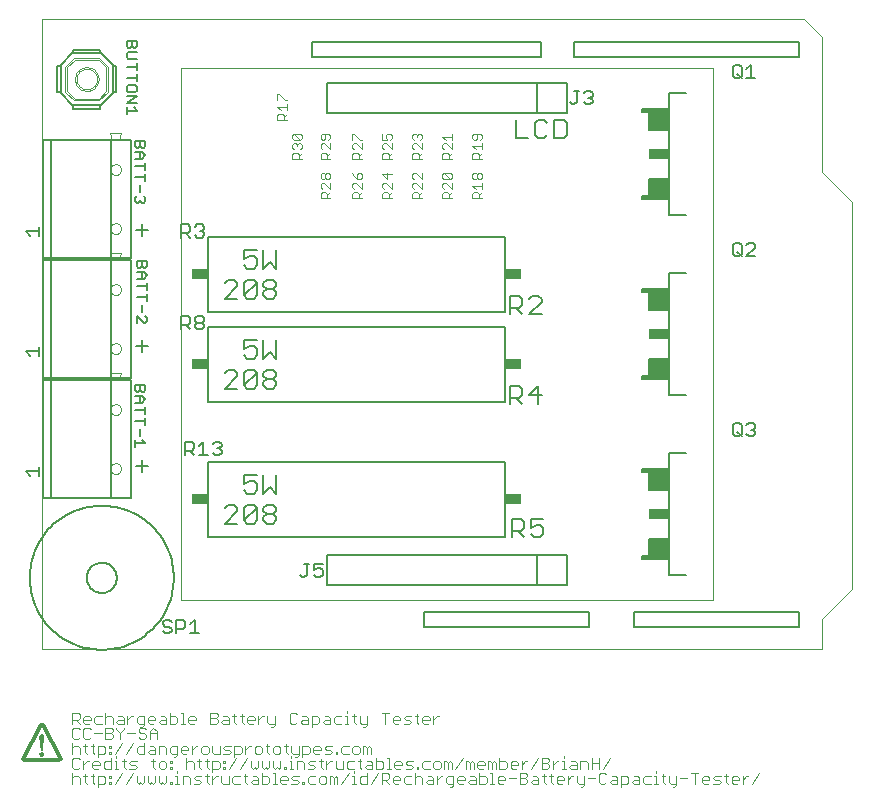
<source format=gto>
G75*
G70*
%OFA0B0*%
%FSLAX24Y24*%
%IPPOS*%
%LPD*%
%AMOC8*
5,1,8,0,0,1.08239X$1,22.5*
%
%ADD10C,0.0000*%
%ADD11C,0.0080*%
%ADD12C,0.0050*%
%ADD13C,0.0120*%
%ADD14C,0.0030*%
%ADD15R,0.0689X0.0370*%
%ADD16C,0.0060*%
%ADD17C,0.0040*%
%ADD18C,0.0070*%
%ADD19R,0.0520X0.0320*%
D10*
X000867Y004800D02*
X026867Y004800D01*
X026867Y005800D01*
X027867Y006800D01*
X027867Y019700D01*
X026867Y020700D01*
X026867Y025200D01*
X026267Y025800D01*
X000867Y025800D01*
X000867Y004800D01*
X005509Y006442D02*
X005509Y024158D01*
X023225Y024158D01*
X023225Y006442D01*
X005509Y006442D01*
D11*
X004217Y010695D02*
X004217Y011109D01*
X004010Y010902D02*
X004424Y010902D01*
X004217Y014695D02*
X004217Y015109D01*
X004010Y014902D02*
X004424Y014902D01*
X004217Y018570D02*
X004217Y018984D01*
X004010Y018777D02*
X004424Y018777D01*
X016469Y016586D02*
X016469Y015965D01*
X016469Y016172D02*
X016780Y016172D01*
X016883Y016275D01*
X016883Y016482D01*
X016780Y016586D01*
X016469Y016586D01*
X016676Y016172D02*
X016883Y015965D01*
X017114Y015965D02*
X017528Y016379D01*
X017528Y016482D01*
X017424Y016586D01*
X017217Y016586D01*
X017114Y016482D01*
X017114Y015965D02*
X017528Y015965D01*
X017424Y013586D02*
X017114Y013275D01*
X017528Y013275D01*
X017424Y012965D02*
X017424Y013586D01*
X016883Y013482D02*
X016883Y013275D01*
X016780Y013172D01*
X016469Y013172D01*
X016469Y012965D02*
X016469Y013586D01*
X016780Y013586D01*
X016883Y013482D01*
X016676Y013172D02*
X016883Y012965D01*
X016842Y009148D02*
X016532Y009148D01*
X016532Y008528D01*
X016532Y008734D02*
X016842Y008734D01*
X016946Y008838D01*
X016946Y009045D01*
X016842Y009148D01*
X017176Y009148D02*
X017176Y008838D01*
X017383Y008941D01*
X017487Y008941D01*
X017590Y008838D01*
X017590Y008631D01*
X017487Y008528D01*
X017280Y008528D01*
X017176Y008631D01*
X016946Y008528D02*
X016739Y008734D01*
X017176Y009148D02*
X017590Y009148D01*
X017616Y021828D02*
X017719Y021931D01*
X017616Y021828D02*
X017409Y021828D01*
X017305Y021931D01*
X017305Y022345D01*
X017409Y022448D01*
X017616Y022448D01*
X017719Y022345D01*
X017950Y022448D02*
X018260Y022448D01*
X018364Y022345D01*
X018364Y021931D01*
X018260Y021828D01*
X017950Y021828D01*
X017950Y022448D01*
X017074Y021828D02*
X016661Y021828D01*
X016661Y022448D01*
D12*
X017517Y024550D02*
X009867Y024550D01*
X009867Y025050D01*
X017517Y025050D01*
X017517Y024550D01*
X018617Y024550D02*
X018617Y025050D01*
X026117Y025050D01*
X026117Y024550D01*
X018617Y024550D01*
X021780Y023347D02*
X021780Y019253D01*
X022355Y019253D01*
X022355Y017347D02*
X021780Y017347D01*
X021780Y013253D01*
X022355Y013253D01*
X022355Y011347D02*
X021780Y011347D01*
X021780Y007253D01*
X022355Y007253D01*
X020617Y006050D02*
X020617Y005550D01*
X026117Y005550D01*
X026117Y006050D01*
X020617Y006050D01*
X019117Y006050D02*
X019117Y005550D01*
X013617Y005550D01*
X013617Y006050D01*
X019117Y006050D01*
X004317Y011660D02*
X003967Y011660D01*
X003967Y011777D02*
X003967Y011543D01*
X004200Y011777D02*
X004317Y011660D01*
X004142Y011912D02*
X004142Y012145D01*
X004317Y012280D02*
X004317Y012514D01*
X004317Y012397D02*
X003967Y012397D01*
X004317Y012648D02*
X004317Y012882D01*
X004317Y012765D02*
X003967Y012765D01*
X003967Y013017D02*
X004200Y013017D01*
X004317Y013133D01*
X004200Y013250D01*
X003967Y013250D01*
X004025Y013385D02*
X003967Y013443D01*
X003967Y013619D01*
X004317Y013619D01*
X004317Y013443D01*
X004259Y013385D01*
X004200Y013385D01*
X004142Y013443D01*
X004142Y013619D01*
X004142Y013443D02*
X004083Y013385D01*
X004025Y013385D01*
X004142Y013250D02*
X004142Y013017D01*
X004029Y015668D02*
X004029Y015902D01*
X004263Y015668D01*
X004321Y015668D01*
X004380Y015727D01*
X004380Y015844D01*
X004321Y015902D01*
X004204Y016037D02*
X004204Y016270D01*
X004380Y016405D02*
X004380Y016639D01*
X004380Y016522D02*
X004029Y016522D01*
X004380Y016773D02*
X004380Y017007D01*
X004380Y016890D02*
X004029Y016890D01*
X004029Y017142D02*
X004263Y017142D01*
X004380Y017258D01*
X004263Y017375D01*
X004029Y017375D01*
X004088Y017510D02*
X004029Y017568D01*
X004029Y017744D01*
X004380Y017744D01*
X004380Y017568D01*
X004321Y017510D01*
X004263Y017510D01*
X004204Y017568D01*
X004204Y017744D01*
X004204Y017568D02*
X004146Y017510D01*
X004088Y017510D01*
X004204Y017375D02*
X004204Y017142D01*
X004200Y019668D02*
X004142Y019727D01*
X004083Y019668D01*
X004025Y019668D01*
X003967Y019727D01*
X003967Y019844D01*
X004025Y019902D01*
X004142Y019785D02*
X004142Y019727D01*
X004200Y019668D02*
X004259Y019668D01*
X004317Y019727D01*
X004317Y019844D01*
X004259Y019902D01*
X004142Y020037D02*
X004142Y020270D01*
X004317Y020405D02*
X004317Y020639D01*
X004317Y020522D02*
X003967Y020522D01*
X004317Y020773D02*
X004317Y021007D01*
X004317Y020890D02*
X003967Y020890D01*
X003967Y021142D02*
X004200Y021142D01*
X004317Y021258D01*
X004200Y021375D01*
X003967Y021375D01*
X004025Y021510D02*
X003967Y021568D01*
X003967Y021744D01*
X004317Y021744D01*
X004317Y021568D01*
X004259Y021510D01*
X004200Y021510D01*
X004142Y021568D01*
X004142Y021744D01*
X004142Y021568D02*
X004083Y021510D01*
X004025Y021510D01*
X004142Y021375D02*
X004142Y021142D01*
X003692Y022621D02*
X003692Y022854D01*
X003692Y022737D02*
X004042Y022737D01*
X003925Y022854D01*
X004042Y022989D02*
X003692Y022989D01*
X004042Y023223D01*
X003692Y023223D01*
X003750Y023357D02*
X003984Y023357D01*
X004042Y023416D01*
X004042Y023532D01*
X003984Y023591D01*
X003750Y023591D01*
X003692Y023532D01*
X003692Y023416D01*
X003750Y023357D01*
X004042Y023726D02*
X004042Y023959D01*
X004042Y023842D02*
X003692Y023842D01*
X004042Y024094D02*
X004042Y024327D01*
X004042Y024211D02*
X003692Y024211D01*
X003750Y024462D02*
X004042Y024462D01*
X004042Y024696D02*
X003750Y024696D01*
X003692Y024637D01*
X003692Y024521D01*
X003750Y024462D01*
X003750Y024831D02*
X003692Y024889D01*
X003692Y025064D01*
X004042Y025064D01*
X004042Y024889D01*
X003984Y024831D01*
X003925Y024831D01*
X003867Y024889D01*
X003867Y025064D01*
X003867Y024889D02*
X003809Y024831D01*
X003750Y024831D01*
X000775Y018877D02*
X000775Y018577D01*
X000775Y018727D02*
X000325Y018727D01*
X000475Y018577D01*
X000775Y014877D02*
X000775Y014577D01*
X000775Y014727D02*
X000325Y014727D01*
X000475Y014577D01*
X000775Y010877D02*
X000775Y010577D01*
X000775Y010727D02*
X000325Y010727D01*
X000475Y010577D01*
X000818Y001891D02*
X000916Y001891D01*
X000867Y001448D01*
X000818Y001891D01*
X000818Y001890D02*
X000916Y001890D01*
X000911Y001841D02*
X000823Y001841D01*
X000829Y001793D02*
X000905Y001793D01*
X000900Y001744D02*
X000834Y001744D01*
X000839Y001696D02*
X000895Y001696D01*
X000889Y001647D02*
X000845Y001647D01*
X000850Y001599D02*
X000884Y001599D01*
X000878Y001550D02*
X000856Y001550D01*
X000861Y001502D02*
X000873Y001502D01*
X000866Y001453D02*
X000868Y001453D01*
X000818Y001300D02*
X000820Y001313D01*
X000825Y001325D01*
X000834Y001336D01*
X000844Y001344D01*
X000857Y001348D01*
X000870Y001349D01*
X000883Y001346D01*
X000895Y001340D01*
X000905Y001331D01*
X000912Y001320D01*
X000916Y001307D01*
X000916Y001293D01*
X000912Y001280D01*
X000905Y001269D01*
X000895Y001260D01*
X000883Y001254D01*
X000870Y001251D01*
X000857Y001252D01*
X000844Y001256D01*
X000834Y001264D01*
X000825Y001275D01*
X000820Y001287D01*
X000818Y001300D01*
X000818Y001891D02*
X000820Y001904D01*
X000825Y001916D01*
X000832Y001926D01*
X000843Y001933D01*
X000854Y001938D01*
X000867Y001940D01*
X000880Y001938D01*
X000892Y001933D01*
X000902Y001926D01*
X000909Y001916D01*
X000914Y001904D01*
X000916Y001891D01*
X021780Y023347D02*
X022355Y023347D01*
D13*
X001457Y001103D02*
X000276Y001103D01*
X000227Y001152D01*
X000842Y002284D01*
X000892Y002284D01*
X001507Y001152D01*
X001457Y001103D01*
D14*
X001882Y001124D02*
X001882Y000877D01*
X001944Y000815D01*
X002067Y000815D01*
X002129Y000877D01*
X002250Y000938D02*
X002374Y001062D01*
X002435Y001062D01*
X002557Y001000D02*
X002619Y001062D01*
X002742Y001062D01*
X002804Y001000D01*
X002804Y000938D01*
X002557Y000938D01*
X002557Y000877D02*
X002557Y001000D01*
X002557Y000877D02*
X002619Y000815D01*
X002742Y000815D01*
X002925Y000877D02*
X002925Y001000D01*
X002987Y001062D01*
X003172Y001062D01*
X003294Y001062D02*
X003356Y001062D01*
X003356Y000815D01*
X003417Y000815D02*
X003294Y000815D01*
X003172Y000815D02*
X002987Y000815D01*
X002925Y000877D01*
X003172Y000815D02*
X003172Y001185D01*
X003171Y001315D02*
X003110Y001315D01*
X003110Y001377D01*
X003171Y001377D01*
X003171Y001315D01*
X003294Y001315D02*
X003541Y001685D01*
X003479Y001815D02*
X003479Y002000D01*
X003602Y002124D01*
X003602Y002185D01*
X003602Y002315D02*
X003417Y002315D01*
X003355Y002377D01*
X003417Y002438D01*
X003602Y002438D01*
X003602Y002500D02*
X003602Y002315D01*
X003724Y002315D02*
X003724Y002562D01*
X003847Y002562D02*
X003909Y002562D01*
X003847Y002562D02*
X003724Y002438D01*
X003602Y002500D02*
X003540Y002562D01*
X003417Y002562D01*
X003234Y002500D02*
X003234Y002315D01*
X003172Y002185D02*
X003234Y002124D01*
X003234Y002062D01*
X003172Y002000D01*
X002987Y002000D01*
X002865Y002000D02*
X002619Y002000D01*
X002497Y001877D02*
X002435Y001815D01*
X002312Y001815D01*
X002250Y001877D01*
X002250Y002124D01*
X002312Y002185D01*
X002435Y002185D01*
X002497Y002124D01*
X002435Y002315D02*
X002312Y002315D01*
X002250Y002377D01*
X002250Y002500D01*
X002312Y002562D01*
X002435Y002562D01*
X002497Y002500D01*
X002497Y002438D01*
X002250Y002438D01*
X002129Y002500D02*
X002129Y002624D01*
X002067Y002685D01*
X001882Y002685D01*
X001882Y002315D01*
X001882Y002438D02*
X002067Y002438D01*
X002129Y002500D01*
X002005Y002438D02*
X002129Y002315D01*
X002067Y002185D02*
X001944Y002185D01*
X001882Y002124D01*
X001882Y001877D01*
X001944Y001815D01*
X002067Y001815D01*
X002129Y001877D01*
X002129Y002124D02*
X002067Y002185D01*
X001882Y001685D02*
X001882Y001315D01*
X001944Y001185D02*
X001882Y001124D01*
X001944Y001185D02*
X002067Y001185D01*
X002129Y001124D01*
X002250Y001062D02*
X002250Y000815D01*
X002312Y000624D02*
X002312Y000377D01*
X002374Y000315D01*
X002558Y000377D02*
X002558Y000624D01*
X002619Y000562D02*
X002496Y000562D01*
X002374Y000562D02*
X002250Y000562D01*
X002129Y000500D02*
X002129Y000315D01*
X002129Y000500D02*
X002067Y000562D01*
X001944Y000562D01*
X001882Y000500D01*
X001882Y000685D02*
X001882Y000315D01*
X002558Y000377D02*
X002619Y000315D01*
X002741Y000315D02*
X002926Y000315D01*
X002988Y000377D01*
X002988Y000500D01*
X002926Y000562D01*
X002741Y000562D01*
X002741Y000192D01*
X003110Y000315D02*
X003110Y000377D01*
X003171Y000377D01*
X003171Y000315D01*
X003110Y000315D01*
X003294Y000315D02*
X003541Y000685D01*
X003663Y000815D02*
X003601Y000877D01*
X003601Y001124D01*
X003539Y001062D02*
X003663Y001062D01*
X003785Y001000D02*
X003847Y001062D01*
X004032Y001062D01*
X003970Y000938D02*
X003847Y000938D01*
X003785Y001000D01*
X003785Y000815D02*
X003970Y000815D01*
X004032Y000877D01*
X003970Y000938D01*
X003909Y000685D02*
X003662Y000315D01*
X004030Y000377D02*
X004030Y000562D01*
X004030Y000377D02*
X004092Y000315D01*
X004154Y000377D01*
X004216Y000315D01*
X004277Y000377D01*
X004277Y000562D01*
X004399Y000562D02*
X004399Y000377D01*
X004460Y000315D01*
X004522Y000377D01*
X004584Y000315D01*
X004646Y000377D01*
X004646Y000562D01*
X004767Y000562D02*
X004767Y000377D01*
X004829Y000315D01*
X004890Y000377D01*
X004952Y000315D01*
X005014Y000377D01*
X005014Y000562D01*
X005135Y000377D02*
X005197Y000377D01*
X005197Y000315D01*
X005135Y000315D01*
X005135Y000377D01*
X005320Y000315D02*
X005443Y000315D01*
X005381Y000315D02*
X005381Y000562D01*
X005320Y000562D01*
X005381Y000685D02*
X005381Y000747D01*
X005197Y000815D02*
X005135Y000815D01*
X005135Y000877D01*
X005197Y000877D01*
X005197Y000815D01*
X005197Y001000D02*
X005135Y001000D01*
X005135Y001062D01*
X005197Y001062D01*
X005197Y001000D01*
X005014Y001000D02*
X004952Y001062D01*
X004829Y001062D01*
X004767Y001000D01*
X004767Y000877D01*
X004829Y000815D01*
X004952Y000815D01*
X005014Y000877D01*
X005014Y001000D01*
X005259Y001192D02*
X005321Y001192D01*
X005382Y001253D01*
X005382Y001562D01*
X005197Y001562D01*
X005135Y001500D01*
X005135Y001377D01*
X005197Y001315D01*
X005382Y001315D01*
X005504Y001377D02*
X005504Y001500D01*
X005565Y001562D01*
X005689Y001562D01*
X005751Y001500D01*
X005751Y001438D01*
X005504Y001438D01*
X005504Y001377D02*
X005565Y001315D01*
X005689Y001315D01*
X005688Y001185D02*
X005688Y000815D01*
X005688Y001000D02*
X005750Y001062D01*
X005873Y001062D01*
X005935Y001000D01*
X005935Y000815D01*
X006118Y000877D02*
X006180Y000815D01*
X006118Y000877D02*
X006118Y001124D01*
X006056Y001062D02*
X006180Y001062D01*
X006302Y001062D02*
X006425Y001062D01*
X006363Y001124D02*
X006363Y000877D01*
X006425Y000815D01*
X006547Y000815D02*
X006732Y000815D01*
X006794Y000877D01*
X006794Y001000D01*
X006732Y001062D01*
X006547Y001062D01*
X006547Y000692D01*
X006547Y000562D02*
X006547Y000315D01*
X006425Y000315D02*
X006363Y000377D01*
X006363Y000624D01*
X006302Y000562D02*
X006425Y000562D01*
X006547Y000438D02*
X006671Y000562D01*
X006732Y000562D01*
X006854Y000562D02*
X006854Y000377D01*
X006916Y000315D01*
X007101Y000315D01*
X007101Y000562D01*
X007222Y000500D02*
X007284Y000562D01*
X007469Y000562D01*
X007591Y000562D02*
X007714Y000562D01*
X007653Y000624D02*
X007653Y000377D01*
X007714Y000315D01*
X007836Y000377D02*
X007898Y000438D01*
X008083Y000438D01*
X008083Y000500D02*
X008083Y000315D01*
X007898Y000315D01*
X007836Y000377D01*
X007898Y000562D02*
X008022Y000562D01*
X008083Y000500D01*
X008205Y000562D02*
X008390Y000562D01*
X008452Y000500D01*
X008452Y000377D01*
X008390Y000315D01*
X008205Y000315D01*
X008205Y000685D01*
X008266Y000815D02*
X008328Y000877D01*
X008390Y000815D01*
X008452Y000877D01*
X008452Y001062D01*
X008573Y001062D02*
X008573Y000877D01*
X008635Y000815D01*
X008696Y000877D01*
X008758Y000815D01*
X008820Y000877D01*
X008820Y001062D01*
X008941Y000877D02*
X009003Y000877D01*
X009003Y000815D01*
X008941Y000815D01*
X008941Y000877D01*
X009125Y000815D02*
X009249Y000815D01*
X009187Y000815D02*
X009187Y001062D01*
X009125Y001062D01*
X009187Y001185D02*
X009187Y001247D01*
X009249Y001315D02*
X009434Y001315D01*
X009434Y001253D02*
X009372Y001192D01*
X009310Y001192D01*
X009249Y001315D02*
X009187Y001377D01*
X009187Y001562D01*
X009065Y001562D02*
X008941Y001562D01*
X009003Y001624D02*
X009003Y001377D01*
X009065Y001315D01*
X008820Y001377D02*
X008820Y001500D01*
X008758Y001562D01*
X008635Y001562D01*
X008573Y001500D01*
X008573Y001377D01*
X008635Y001315D01*
X008758Y001315D01*
X008820Y001377D01*
X008451Y001315D02*
X008389Y001377D01*
X008389Y001624D01*
X008327Y001562D02*
X008451Y001562D01*
X008206Y001500D02*
X008144Y001562D01*
X008021Y001562D01*
X007959Y001500D01*
X007959Y001377D01*
X008021Y001315D01*
X008144Y001315D01*
X008206Y001377D01*
X008206Y001500D01*
X008205Y001062D02*
X008205Y000877D01*
X008266Y000815D01*
X008083Y000877D02*
X008083Y001062D01*
X008083Y000877D02*
X008022Y000815D01*
X007960Y000877D01*
X007898Y000815D01*
X007836Y000877D01*
X007836Y001062D01*
X007715Y001185D02*
X007468Y000815D01*
X007100Y000815D02*
X007347Y001185D01*
X007284Y001192D02*
X007284Y001562D01*
X007469Y001562D01*
X007531Y001500D01*
X007531Y001377D01*
X007469Y001315D01*
X007284Y001315D01*
X007162Y001377D02*
X007101Y001438D01*
X006977Y001438D01*
X006916Y001500D01*
X006977Y001562D01*
X007162Y001562D01*
X007162Y001377D02*
X007101Y001315D01*
X006916Y001315D01*
X006794Y001315D02*
X006794Y001562D01*
X006547Y001562D02*
X006547Y001377D01*
X006609Y001315D01*
X006794Y001315D01*
X006916Y001062D02*
X006916Y001000D01*
X006977Y001000D01*
X006977Y001062D01*
X006916Y001062D01*
X006916Y000877D02*
X006916Y000815D01*
X006977Y000815D01*
X006977Y000877D01*
X006916Y000877D01*
X007222Y000500D02*
X007222Y000377D01*
X007284Y000315D01*
X007469Y000315D01*
X007652Y001315D02*
X007652Y001562D01*
X007652Y001438D02*
X007776Y001562D01*
X007837Y001562D01*
X007775Y002315D02*
X007714Y002377D01*
X007714Y002500D01*
X007775Y002562D01*
X007899Y002562D01*
X007960Y002500D01*
X007960Y002438D01*
X007714Y002438D01*
X007775Y002315D02*
X007899Y002315D01*
X008082Y002315D02*
X008082Y002562D01*
X008205Y002562D02*
X008082Y002438D01*
X008205Y002562D02*
X008267Y002562D01*
X008389Y002562D02*
X008389Y002377D01*
X008451Y002315D01*
X008636Y002315D01*
X008636Y002253D02*
X008574Y002192D01*
X008512Y002192D01*
X008636Y002253D02*
X008636Y002562D01*
X009125Y002624D02*
X009125Y002377D01*
X009187Y002315D01*
X009311Y002315D01*
X009372Y002377D01*
X009494Y002377D02*
X009555Y002438D01*
X009741Y002438D01*
X009741Y002500D02*
X009741Y002315D01*
X009555Y002315D01*
X009494Y002377D01*
X009555Y002562D02*
X009679Y002562D01*
X009741Y002500D01*
X009862Y002562D02*
X009862Y002192D01*
X009862Y002315D02*
X010047Y002315D01*
X010109Y002377D01*
X010109Y002500D01*
X010047Y002562D01*
X009862Y002562D01*
X010230Y002377D02*
X010292Y002315D01*
X010477Y002315D01*
X010477Y002500D01*
X010416Y002562D01*
X010292Y002562D01*
X010292Y002438D02*
X010477Y002438D01*
X010599Y002377D02*
X010660Y002315D01*
X010846Y002315D01*
X010967Y002315D02*
X011090Y002315D01*
X011029Y002315D02*
X011029Y002562D01*
X010967Y002562D01*
X010846Y002562D02*
X010660Y002562D01*
X010599Y002500D01*
X010599Y002377D01*
X010292Y002438D02*
X010230Y002377D01*
X010109Y001562D02*
X009985Y001562D01*
X009923Y001500D01*
X009923Y001377D01*
X009985Y001315D01*
X010109Y001315D01*
X010170Y001438D02*
X009923Y001438D01*
X009802Y001377D02*
X009740Y001315D01*
X009555Y001315D01*
X009555Y001192D02*
X009555Y001562D01*
X009740Y001562D01*
X009802Y001500D01*
X009802Y001377D01*
X009801Y001062D02*
X009986Y001062D01*
X010108Y001062D02*
X010231Y001062D01*
X010169Y001124D02*
X010169Y000877D01*
X010231Y000815D01*
X010353Y000815D02*
X010353Y001062D01*
X010353Y000938D02*
X010477Y001062D01*
X010538Y001062D01*
X010660Y001062D02*
X010660Y000877D01*
X010722Y000815D01*
X010907Y000815D01*
X010907Y001062D01*
X011028Y001000D02*
X011028Y000877D01*
X011090Y000815D01*
X011275Y000815D01*
X011274Y000747D02*
X011274Y000685D01*
X011274Y000562D02*
X011274Y000315D01*
X011213Y000315D02*
X011336Y000315D01*
X011458Y000377D02*
X011458Y000500D01*
X011520Y000562D01*
X011705Y000562D01*
X011705Y000685D02*
X011705Y000315D01*
X011520Y000315D01*
X011458Y000377D01*
X011274Y000562D02*
X011213Y000562D01*
X011091Y000685D02*
X010844Y000315D01*
X010723Y000315D02*
X010723Y000500D01*
X010661Y000562D01*
X010599Y000500D01*
X010599Y000315D01*
X010476Y000315D02*
X010476Y000562D01*
X010538Y000562D01*
X010599Y000500D01*
X010354Y000500D02*
X010293Y000562D01*
X010169Y000562D01*
X010108Y000500D01*
X010108Y000377D01*
X010169Y000315D01*
X010293Y000315D01*
X010354Y000377D01*
X010354Y000500D01*
X009986Y000562D02*
X009801Y000562D01*
X009739Y000500D01*
X009739Y000377D01*
X009801Y000315D01*
X009986Y000315D01*
X009617Y000315D02*
X009555Y000315D01*
X009555Y000377D01*
X009617Y000377D01*
X009617Y000315D01*
X009434Y000377D02*
X009372Y000438D01*
X009249Y000438D01*
X009187Y000500D01*
X009249Y000562D01*
X009434Y000562D01*
X009434Y000377D02*
X009372Y000315D01*
X009187Y000315D01*
X009065Y000438D02*
X008819Y000438D01*
X008819Y000377D02*
X008819Y000500D01*
X008880Y000562D01*
X009004Y000562D01*
X009065Y000500D01*
X009065Y000438D01*
X009004Y000315D02*
X008880Y000315D01*
X008819Y000377D01*
X008696Y000315D02*
X008573Y000315D01*
X008635Y000315D02*
X008635Y000685D01*
X008573Y000685D01*
X009371Y000815D02*
X009371Y001062D01*
X009556Y001062D01*
X009618Y001000D01*
X009618Y000815D01*
X009739Y000815D02*
X009924Y000815D01*
X009986Y000877D01*
X009924Y000938D01*
X009801Y000938D01*
X009739Y001000D01*
X009801Y001062D01*
X009434Y001253D02*
X009434Y001562D01*
X010109Y001562D02*
X010170Y001500D01*
X010170Y001438D01*
X010292Y001500D02*
X010353Y001562D01*
X010539Y001562D01*
X010477Y001438D02*
X010353Y001438D01*
X010292Y001500D01*
X010292Y001315D02*
X010477Y001315D01*
X010539Y001377D01*
X010477Y001438D01*
X010660Y001377D02*
X010722Y001377D01*
X010722Y001315D01*
X010660Y001315D01*
X010660Y001377D01*
X010844Y001377D02*
X010906Y001315D01*
X011091Y001315D01*
X011213Y001377D02*
X011274Y001315D01*
X011398Y001315D01*
X011459Y001377D01*
X011459Y001500D01*
X011398Y001562D01*
X011274Y001562D01*
X011213Y001500D01*
X011213Y001377D01*
X011091Y001562D02*
X010906Y001562D01*
X010844Y001500D01*
X010844Y001377D01*
X011090Y001062D02*
X011028Y001000D01*
X011090Y001062D02*
X011275Y001062D01*
X011397Y001062D02*
X011520Y001062D01*
X011458Y001124D02*
X011458Y000877D01*
X011520Y000815D01*
X011642Y000877D02*
X011704Y000938D01*
X011889Y000938D01*
X011889Y001000D02*
X011889Y000815D01*
X011704Y000815D01*
X011642Y000877D01*
X011704Y001062D02*
X011827Y001062D01*
X011889Y001000D01*
X012011Y001062D02*
X012196Y001062D01*
X012257Y001000D01*
X012257Y000877D01*
X012196Y000815D01*
X012011Y000815D01*
X012011Y001185D01*
X011828Y001315D02*
X011828Y001500D01*
X011766Y001562D01*
X011704Y001500D01*
X011704Y001315D01*
X011581Y001315D02*
X011581Y001562D01*
X011643Y001562D01*
X011704Y001500D01*
X011643Y002192D02*
X011582Y002192D01*
X011643Y002192D02*
X011705Y002253D01*
X011705Y002562D01*
X011458Y002562D02*
X011458Y002377D01*
X011520Y002315D01*
X011705Y002315D01*
X011336Y002315D02*
X011274Y002377D01*
X011274Y002624D01*
X011213Y002562D02*
X011336Y002562D01*
X011029Y002685D02*
X011029Y002747D01*
X012195Y002685D02*
X012442Y002685D01*
X012318Y002685D02*
X012318Y002315D01*
X012563Y002377D02*
X012563Y002500D01*
X012625Y002562D01*
X012748Y002562D01*
X012810Y002500D01*
X012810Y002438D01*
X012563Y002438D01*
X012563Y002377D02*
X012625Y002315D01*
X012748Y002315D01*
X012931Y002315D02*
X013117Y002315D01*
X013178Y002377D01*
X013117Y002438D01*
X012993Y002438D01*
X012931Y002500D01*
X012993Y002562D01*
X013178Y002562D01*
X013300Y002562D02*
X013423Y002562D01*
X013361Y002624D02*
X013361Y002377D01*
X013423Y002315D01*
X013545Y002377D02*
X013545Y002500D01*
X013607Y002562D01*
X013730Y002562D01*
X013792Y002500D01*
X013792Y002438D01*
X013545Y002438D01*
X013545Y002377D02*
X013607Y002315D01*
X013730Y002315D01*
X013914Y002315D02*
X013914Y002562D01*
X014037Y002562D02*
X013914Y002438D01*
X014037Y002562D02*
X014099Y002562D01*
X014099Y001062D02*
X013975Y001062D01*
X013914Y001000D01*
X013914Y000877D01*
X013975Y000815D01*
X014099Y000815D01*
X014160Y000877D01*
X014160Y001000D01*
X014099Y001062D01*
X014282Y001062D02*
X014344Y001062D01*
X014405Y001000D01*
X014467Y001062D01*
X014529Y001000D01*
X014529Y000815D01*
X014650Y000815D02*
X014897Y001185D01*
X015018Y001062D02*
X015080Y001062D01*
X015142Y001000D01*
X015204Y001062D01*
X015265Y001000D01*
X015265Y000815D01*
X015142Y000815D02*
X015142Y001000D01*
X015018Y001062D02*
X015018Y000815D01*
X014897Y000562D02*
X014773Y000562D01*
X014712Y000500D01*
X014712Y000377D01*
X014773Y000315D01*
X014897Y000315D01*
X014958Y000438D02*
X014712Y000438D01*
X014590Y000315D02*
X014405Y000315D01*
X014343Y000377D01*
X014343Y000500D01*
X014405Y000562D01*
X014590Y000562D01*
X014590Y000253D01*
X014528Y000192D01*
X014467Y000192D01*
X014036Y000315D02*
X014036Y000562D01*
X014036Y000438D02*
X014160Y000562D01*
X014221Y000562D01*
X014282Y000815D02*
X014282Y001062D01*
X014405Y001000D02*
X014405Y000815D01*
X014897Y000562D02*
X014958Y000500D01*
X014958Y000438D01*
X015080Y000377D02*
X015142Y000438D01*
X015327Y000438D01*
X015327Y000500D02*
X015327Y000315D01*
X015142Y000315D01*
X015080Y000377D01*
X015142Y000562D02*
X015265Y000562D01*
X015327Y000500D01*
X015448Y000562D02*
X015633Y000562D01*
X015695Y000500D01*
X015695Y000377D01*
X015633Y000315D01*
X015448Y000315D01*
X015448Y000685D01*
X015449Y000815D02*
X015387Y000877D01*
X015387Y001000D01*
X015449Y001062D01*
X015572Y001062D01*
X015634Y001000D01*
X015634Y000938D01*
X015387Y000938D01*
X015449Y000815D02*
X015572Y000815D01*
X015755Y000815D02*
X015755Y001062D01*
X015817Y001062D01*
X015879Y001000D01*
X015940Y001062D01*
X016002Y001000D01*
X016002Y000815D01*
X016123Y000815D02*
X016309Y000815D01*
X016370Y000877D01*
X016370Y001000D01*
X016309Y001062D01*
X016123Y001062D01*
X016123Y001185D02*
X016123Y000815D01*
X015879Y000815D02*
X015879Y001000D01*
X015878Y000685D02*
X015878Y000315D01*
X015816Y000315D02*
X015940Y000315D01*
X016062Y000377D02*
X016062Y000500D01*
X016124Y000562D01*
X016247Y000562D01*
X016309Y000500D01*
X016309Y000438D01*
X016062Y000438D01*
X016062Y000377D02*
X016124Y000315D01*
X016247Y000315D01*
X016430Y000500D02*
X016677Y000500D01*
X016799Y000500D02*
X016984Y000500D01*
X017046Y000438D01*
X017046Y000377D01*
X016984Y000315D01*
X016799Y000315D01*
X016799Y000685D01*
X016984Y000685D01*
X017046Y000624D01*
X017046Y000562D01*
X016984Y000500D01*
X017167Y000377D02*
X017229Y000438D01*
X017414Y000438D01*
X017414Y000500D02*
X017414Y000315D01*
X017229Y000315D01*
X017167Y000377D01*
X017229Y000562D02*
X017352Y000562D01*
X017414Y000500D01*
X017535Y000562D02*
X017659Y000562D01*
X017597Y000624D02*
X017597Y000377D01*
X017659Y000315D01*
X017843Y000377D02*
X017843Y000624D01*
X017904Y000562D02*
X017781Y000562D01*
X017843Y000377D02*
X017904Y000315D01*
X018026Y000377D02*
X018026Y000500D01*
X018088Y000562D01*
X018212Y000562D01*
X018273Y000500D01*
X018273Y000438D01*
X018026Y000438D01*
X018026Y000377D02*
X018088Y000315D01*
X018212Y000315D01*
X018395Y000315D02*
X018395Y000562D01*
X018518Y000562D02*
X018395Y000438D01*
X018518Y000562D02*
X018580Y000562D01*
X018702Y000562D02*
X018702Y000377D01*
X018763Y000315D01*
X018948Y000315D01*
X018948Y000253D02*
X018887Y000192D01*
X018825Y000192D01*
X018948Y000253D02*
X018948Y000562D01*
X019070Y000500D02*
X019317Y000500D01*
X019438Y000377D02*
X019438Y000624D01*
X019500Y000685D01*
X019623Y000685D01*
X019685Y000624D01*
X019868Y000562D02*
X019992Y000562D01*
X020053Y000500D01*
X020053Y000315D01*
X019868Y000315D01*
X019807Y000377D01*
X019868Y000438D01*
X020053Y000438D01*
X020175Y000315D02*
X020360Y000315D01*
X020422Y000377D01*
X020422Y000500D01*
X020360Y000562D01*
X020175Y000562D01*
X020175Y000192D01*
X019685Y000377D02*
X019623Y000315D01*
X019500Y000315D01*
X019438Y000377D01*
X019440Y000815D02*
X019440Y001185D01*
X019440Y001000D02*
X019193Y001000D01*
X019071Y001000D02*
X019010Y001062D01*
X018824Y001062D01*
X018824Y000815D01*
X018703Y000815D02*
X018518Y000815D01*
X018456Y000877D01*
X018518Y000938D01*
X018703Y000938D01*
X018703Y001000D02*
X018703Y000815D01*
X018703Y001000D02*
X018641Y001062D01*
X018518Y001062D01*
X018272Y001062D02*
X018272Y000815D01*
X018211Y000815D02*
X018334Y000815D01*
X018272Y001062D02*
X018211Y001062D01*
X018089Y001062D02*
X018027Y001062D01*
X017904Y000938D01*
X017782Y000938D02*
X017782Y000877D01*
X017720Y000815D01*
X017535Y000815D01*
X017535Y001185D01*
X017720Y001185D01*
X017782Y001124D01*
X017782Y001062D01*
X017720Y001000D01*
X017535Y001000D01*
X017720Y001000D02*
X017782Y000938D01*
X017904Y000815D02*
X017904Y001062D01*
X017414Y001185D02*
X017167Y000815D01*
X017045Y001062D02*
X016983Y001062D01*
X016860Y000938D01*
X016739Y000938D02*
X016492Y000938D01*
X016492Y000877D02*
X016492Y001000D01*
X016553Y001062D01*
X016677Y001062D01*
X016739Y001000D01*
X016739Y000938D01*
X016677Y000815D02*
X016553Y000815D01*
X016492Y000877D01*
X016860Y000815D02*
X016860Y001062D01*
X015878Y000685D02*
X015816Y000685D01*
X013915Y000500D02*
X013915Y000315D01*
X013730Y000315D01*
X013668Y000377D01*
X013730Y000438D01*
X013915Y000438D01*
X013915Y000500D02*
X013853Y000562D01*
X013730Y000562D01*
X013547Y000500D02*
X013485Y000562D01*
X013361Y000562D01*
X013300Y000500D01*
X013178Y000562D02*
X012993Y000562D01*
X012931Y000500D01*
X012931Y000377D01*
X012993Y000315D01*
X013178Y000315D01*
X013300Y000315D02*
X013300Y000685D01*
X013361Y000815D02*
X013423Y000815D01*
X013423Y000877D01*
X013361Y000877D01*
X013361Y000815D01*
X013240Y000877D02*
X013178Y000938D01*
X013054Y000938D01*
X012993Y001000D01*
X013054Y001062D01*
X013240Y001062D01*
X013240Y000877D02*
X013178Y000815D01*
X012993Y000815D01*
X012871Y000938D02*
X012624Y000938D01*
X012624Y000877D02*
X012624Y001000D01*
X012686Y001062D01*
X012810Y001062D01*
X012871Y001000D01*
X012871Y000938D01*
X012810Y000815D02*
X012686Y000815D01*
X012624Y000877D01*
X012502Y000815D02*
X012379Y000815D01*
X012441Y000815D02*
X012441Y001185D01*
X012379Y001185D01*
X012380Y000685D02*
X012195Y000685D01*
X012195Y000315D01*
X012195Y000438D02*
X012380Y000438D01*
X012442Y000500D01*
X012442Y000624D01*
X012380Y000685D01*
X012318Y000438D02*
X012442Y000315D01*
X012563Y000377D02*
X012563Y000500D01*
X012625Y000562D01*
X012748Y000562D01*
X012810Y000500D01*
X012810Y000438D01*
X012563Y000438D01*
X012563Y000377D02*
X012625Y000315D01*
X012748Y000315D01*
X012073Y000685D02*
X011826Y000315D01*
X013547Y000315D02*
X013547Y000500D01*
X013607Y000815D02*
X013792Y000815D01*
X013607Y000815D02*
X013545Y000877D01*
X013545Y001000D01*
X013607Y001062D01*
X013792Y001062D01*
X018272Y001185D02*
X018272Y001247D01*
X019071Y001000D02*
X019071Y000815D01*
X019193Y000815D02*
X019193Y001185D01*
X019561Y000815D02*
X019808Y001185D01*
X020605Y000562D02*
X020728Y000562D01*
X020790Y000500D01*
X020790Y000315D01*
X020605Y000315D01*
X020543Y000377D01*
X020605Y000438D01*
X020790Y000438D01*
X020912Y000377D02*
X020973Y000315D01*
X021158Y000315D01*
X021280Y000315D02*
X021403Y000315D01*
X021342Y000315D02*
X021342Y000562D01*
X021280Y000562D01*
X021158Y000562D02*
X020973Y000562D01*
X020912Y000500D01*
X020912Y000377D01*
X021342Y000685D02*
X021342Y000747D01*
X021525Y000562D02*
X021649Y000562D01*
X021587Y000624D02*
X021587Y000377D01*
X021649Y000315D01*
X021771Y000377D02*
X021833Y000315D01*
X022018Y000315D01*
X022018Y000253D02*
X021956Y000192D01*
X021894Y000192D01*
X022018Y000253D02*
X022018Y000562D01*
X022139Y000500D02*
X022386Y000500D01*
X022508Y000685D02*
X022754Y000685D01*
X022631Y000685D02*
X022631Y000315D01*
X022876Y000377D02*
X022876Y000500D01*
X022938Y000562D01*
X023061Y000562D01*
X023123Y000500D01*
X023123Y000438D01*
X022876Y000438D01*
X022876Y000377D02*
X022938Y000315D01*
X023061Y000315D01*
X023244Y000315D02*
X023429Y000315D01*
X023491Y000377D01*
X023429Y000438D01*
X023306Y000438D01*
X023244Y000500D01*
X023306Y000562D01*
X023491Y000562D01*
X023612Y000562D02*
X023736Y000562D01*
X023674Y000624D02*
X023674Y000377D01*
X023736Y000315D01*
X023858Y000377D02*
X023858Y000500D01*
X023920Y000562D01*
X024043Y000562D01*
X024105Y000500D01*
X024105Y000438D01*
X023858Y000438D01*
X023858Y000377D02*
X023920Y000315D01*
X024043Y000315D01*
X024226Y000315D02*
X024226Y000562D01*
X024226Y000438D02*
X024350Y000562D01*
X024411Y000562D01*
X024533Y000315D02*
X024780Y000685D01*
X021771Y000562D02*
X021771Y000377D01*
X009372Y002624D02*
X009311Y002685D01*
X009187Y002685D01*
X009125Y002624D01*
X007591Y002562D02*
X007468Y002562D01*
X007530Y002624D02*
X007530Y002377D01*
X007591Y002315D01*
X007346Y002315D02*
X007284Y002377D01*
X007284Y002624D01*
X007222Y002562D02*
X007346Y002562D01*
X007101Y002500D02*
X007101Y002315D01*
X006916Y002315D01*
X006854Y002377D01*
X006916Y002438D01*
X007101Y002438D01*
X007101Y002500D02*
X007039Y002562D01*
X006916Y002562D01*
X006733Y002562D02*
X006671Y002500D01*
X006486Y002500D01*
X006486Y002315D02*
X006671Y002315D01*
X006733Y002377D01*
X006733Y002438D01*
X006671Y002500D01*
X006733Y002562D02*
X006733Y002624D01*
X006671Y002685D01*
X006486Y002685D01*
X006486Y002315D01*
X005996Y002438D02*
X005749Y002438D01*
X005749Y002377D02*
X005749Y002500D01*
X005811Y002562D01*
X005934Y002562D01*
X005996Y002500D01*
X005996Y002438D01*
X005934Y002315D02*
X005811Y002315D01*
X005749Y002377D01*
X005627Y002315D02*
X005504Y002315D01*
X005565Y002315D02*
X005565Y002685D01*
X005504Y002685D01*
X005321Y002562D02*
X005135Y002562D01*
X005135Y002685D02*
X005135Y002315D01*
X005321Y002315D01*
X005382Y002377D01*
X005382Y002500D01*
X005321Y002562D01*
X005014Y002500D02*
X005014Y002315D01*
X004829Y002315D01*
X004767Y002377D01*
X004829Y002438D01*
X005014Y002438D01*
X005014Y002500D02*
X004952Y002562D01*
X004829Y002562D01*
X004646Y002500D02*
X004646Y002438D01*
X004399Y002438D01*
X004399Y002377D02*
X004399Y002500D01*
X004460Y002562D01*
X004584Y002562D01*
X004646Y002500D01*
X004584Y002315D02*
X004460Y002315D01*
X004399Y002377D01*
X004277Y002315D02*
X004092Y002315D01*
X004030Y002377D01*
X004030Y002500D01*
X004092Y002562D01*
X004277Y002562D01*
X004277Y002253D01*
X004216Y002192D01*
X004154Y002192D01*
X004154Y002185D02*
X004092Y002124D01*
X004092Y002062D01*
X004154Y002000D01*
X004277Y002000D01*
X004339Y001938D01*
X004339Y001877D01*
X004277Y001815D01*
X004154Y001815D01*
X004092Y001877D01*
X003970Y002000D02*
X003724Y002000D01*
X003479Y002000D02*
X003355Y002124D01*
X003355Y002185D01*
X003172Y002185D02*
X002987Y002185D01*
X002987Y001815D01*
X003172Y001815D01*
X003234Y001877D01*
X003234Y001938D01*
X003172Y002000D01*
X002987Y002315D02*
X002987Y002685D01*
X003049Y002562D02*
X003172Y002562D01*
X003234Y002500D01*
X003049Y002562D02*
X002987Y002500D01*
X002865Y002562D02*
X002680Y002562D01*
X002619Y002500D01*
X002619Y002377D01*
X002680Y002315D01*
X002865Y002315D01*
X002926Y001562D02*
X002741Y001562D01*
X002741Y001192D01*
X002741Y001315D02*
X002926Y001315D01*
X002988Y001377D01*
X002988Y001500D01*
X002926Y001562D01*
X003110Y001562D02*
X003110Y001500D01*
X003171Y001500D01*
X003171Y001562D01*
X003110Y001562D01*
X003356Y001247D02*
X003356Y001185D01*
X003662Y001315D02*
X003909Y001685D01*
X004092Y001562D02*
X004030Y001500D01*
X004030Y001377D01*
X004092Y001315D01*
X004277Y001315D01*
X004277Y001685D01*
X004277Y001562D02*
X004092Y001562D01*
X004399Y001377D02*
X004460Y001438D01*
X004646Y001438D01*
X004646Y001500D02*
X004646Y001315D01*
X004460Y001315D01*
X004399Y001377D01*
X004460Y001562D02*
X004584Y001562D01*
X004646Y001500D01*
X004767Y001562D02*
X004767Y001315D01*
X004767Y001562D02*
X004952Y001562D01*
X005014Y001500D01*
X005014Y001315D01*
X004645Y001062D02*
X004522Y001062D01*
X004583Y001124D02*
X004583Y000877D01*
X004645Y000815D01*
X005565Y000562D02*
X005565Y000315D01*
X005565Y000562D02*
X005750Y000562D01*
X005812Y000500D01*
X005812Y000315D01*
X005933Y000315D02*
X006119Y000315D01*
X006180Y000377D01*
X006119Y000438D01*
X005995Y000438D01*
X005933Y000500D01*
X005995Y000562D01*
X006180Y000562D01*
X006241Y001315D02*
X006179Y001377D01*
X006179Y001500D01*
X006241Y001562D01*
X006364Y001562D01*
X006426Y001500D01*
X006426Y001377D01*
X006364Y001315D01*
X006241Y001315D01*
X006057Y001562D02*
X005995Y001562D01*
X005872Y001438D01*
X005872Y001315D02*
X005872Y001562D01*
X004707Y001815D02*
X004707Y002062D01*
X004584Y002185D01*
X004460Y002062D01*
X004460Y001815D01*
X004460Y002000D02*
X004707Y002000D01*
X004339Y002124D02*
X004277Y002185D01*
X004154Y002185D01*
X002619Y001562D02*
X002496Y001562D01*
X002558Y001624D02*
X002558Y001377D01*
X002619Y001315D01*
X002374Y001315D02*
X002312Y001377D01*
X002312Y001624D01*
X002250Y001562D02*
X002374Y001562D01*
X002129Y001500D02*
X002129Y001315D01*
X002129Y001500D02*
X002067Y001562D01*
X001944Y001562D01*
X001882Y001500D01*
X003110Y000562D02*
X003110Y000500D01*
X003171Y000500D01*
X003171Y000562D01*
X003110Y000562D01*
X003154Y010816D02*
X003156Y010842D01*
X003162Y010868D01*
X003172Y010893D01*
X003185Y010916D01*
X003201Y010936D01*
X003221Y010954D01*
X003243Y010969D01*
X003266Y010981D01*
X003292Y010989D01*
X003318Y010993D01*
X003344Y010993D01*
X003370Y010989D01*
X003396Y010981D01*
X003420Y010969D01*
X003441Y010954D01*
X003461Y010936D01*
X003477Y010916D01*
X003490Y010893D01*
X003500Y010868D01*
X003506Y010842D01*
X003508Y010816D01*
X003506Y010790D01*
X003500Y010764D01*
X003490Y010739D01*
X003477Y010716D01*
X003461Y010696D01*
X003441Y010678D01*
X003419Y010663D01*
X003396Y010651D01*
X003370Y010643D01*
X003344Y010639D01*
X003318Y010639D01*
X003292Y010643D01*
X003266Y010651D01*
X003242Y010663D01*
X003221Y010678D01*
X003201Y010696D01*
X003185Y010716D01*
X003172Y010739D01*
X003162Y010764D01*
X003156Y010790D01*
X003154Y010816D01*
X003154Y012784D02*
X003156Y012810D01*
X003162Y012836D01*
X003172Y012861D01*
X003185Y012884D01*
X003201Y012904D01*
X003221Y012922D01*
X003243Y012937D01*
X003266Y012949D01*
X003292Y012957D01*
X003318Y012961D01*
X003344Y012961D01*
X003370Y012957D01*
X003396Y012949D01*
X003420Y012937D01*
X003441Y012922D01*
X003461Y012904D01*
X003477Y012884D01*
X003490Y012861D01*
X003500Y012836D01*
X003506Y012810D01*
X003508Y012784D01*
X003506Y012758D01*
X003500Y012732D01*
X003490Y012707D01*
X003477Y012684D01*
X003461Y012664D01*
X003441Y012646D01*
X003419Y012631D01*
X003396Y012619D01*
X003370Y012611D01*
X003344Y012607D01*
X003318Y012607D01*
X003292Y012611D01*
X003266Y012619D01*
X003242Y012631D01*
X003221Y012646D01*
X003201Y012664D01*
X003185Y012684D01*
X003172Y012707D01*
X003162Y012732D01*
X003156Y012758D01*
X003154Y012784D01*
X003215Y013769D02*
X003154Y013997D01*
X003509Y013997D01*
X003448Y013769D01*
X003154Y014816D02*
X003156Y014842D01*
X003162Y014868D01*
X003172Y014893D01*
X003185Y014916D01*
X003201Y014936D01*
X003221Y014954D01*
X003243Y014969D01*
X003266Y014981D01*
X003292Y014989D01*
X003318Y014993D01*
X003344Y014993D01*
X003370Y014989D01*
X003396Y014981D01*
X003420Y014969D01*
X003441Y014954D01*
X003461Y014936D01*
X003477Y014916D01*
X003490Y014893D01*
X003500Y014868D01*
X003506Y014842D01*
X003508Y014816D01*
X003506Y014790D01*
X003500Y014764D01*
X003490Y014739D01*
X003477Y014716D01*
X003461Y014696D01*
X003441Y014678D01*
X003419Y014663D01*
X003396Y014651D01*
X003370Y014643D01*
X003344Y014639D01*
X003318Y014639D01*
X003292Y014643D01*
X003266Y014651D01*
X003242Y014663D01*
X003221Y014678D01*
X003201Y014696D01*
X003185Y014716D01*
X003172Y014739D01*
X003162Y014764D01*
X003156Y014790D01*
X003154Y014816D01*
X003154Y016784D02*
X003156Y016810D01*
X003162Y016836D01*
X003172Y016861D01*
X003185Y016884D01*
X003201Y016904D01*
X003221Y016922D01*
X003243Y016937D01*
X003266Y016949D01*
X003292Y016957D01*
X003318Y016961D01*
X003344Y016961D01*
X003370Y016957D01*
X003396Y016949D01*
X003420Y016937D01*
X003441Y016922D01*
X003461Y016904D01*
X003477Y016884D01*
X003490Y016861D01*
X003500Y016836D01*
X003506Y016810D01*
X003508Y016784D01*
X003506Y016758D01*
X003500Y016732D01*
X003490Y016707D01*
X003477Y016684D01*
X003461Y016664D01*
X003441Y016646D01*
X003419Y016631D01*
X003396Y016619D01*
X003370Y016611D01*
X003344Y016607D01*
X003318Y016607D01*
X003292Y016611D01*
X003266Y016619D01*
X003242Y016631D01*
X003221Y016646D01*
X003201Y016664D01*
X003185Y016684D01*
X003172Y016707D01*
X003162Y016732D01*
X003156Y016758D01*
X003154Y016784D01*
X003215Y017769D02*
X003154Y017997D01*
X003509Y017997D01*
X003448Y017769D01*
X003154Y018816D02*
X003156Y018842D01*
X003162Y018868D01*
X003172Y018893D01*
X003185Y018916D01*
X003201Y018936D01*
X003221Y018954D01*
X003243Y018969D01*
X003266Y018981D01*
X003292Y018989D01*
X003318Y018993D01*
X003344Y018993D01*
X003370Y018989D01*
X003396Y018981D01*
X003420Y018969D01*
X003441Y018954D01*
X003461Y018936D01*
X003477Y018916D01*
X003490Y018893D01*
X003500Y018868D01*
X003506Y018842D01*
X003508Y018816D01*
X003506Y018790D01*
X003500Y018764D01*
X003490Y018739D01*
X003477Y018716D01*
X003461Y018696D01*
X003441Y018678D01*
X003419Y018663D01*
X003396Y018651D01*
X003370Y018643D01*
X003344Y018639D01*
X003318Y018639D01*
X003292Y018643D01*
X003266Y018651D01*
X003242Y018663D01*
X003221Y018678D01*
X003201Y018696D01*
X003185Y018716D01*
X003172Y018739D01*
X003162Y018764D01*
X003156Y018790D01*
X003154Y018816D01*
X003154Y020784D02*
X003156Y020810D01*
X003162Y020836D01*
X003172Y020861D01*
X003185Y020884D01*
X003201Y020904D01*
X003221Y020922D01*
X003243Y020937D01*
X003266Y020949D01*
X003292Y020957D01*
X003318Y020961D01*
X003344Y020961D01*
X003370Y020957D01*
X003396Y020949D01*
X003420Y020937D01*
X003441Y020922D01*
X003461Y020904D01*
X003477Y020884D01*
X003490Y020861D01*
X003500Y020836D01*
X003506Y020810D01*
X003508Y020784D01*
X003506Y020758D01*
X003500Y020732D01*
X003490Y020707D01*
X003477Y020684D01*
X003461Y020664D01*
X003441Y020646D01*
X003419Y020631D01*
X003396Y020619D01*
X003370Y020611D01*
X003344Y020607D01*
X003318Y020607D01*
X003292Y020611D01*
X003266Y020619D01*
X003242Y020631D01*
X003221Y020646D01*
X003201Y020664D01*
X003185Y020684D01*
X003172Y020707D01*
X003162Y020732D01*
X003156Y020758D01*
X003154Y020784D01*
X003215Y021769D02*
X003154Y021997D01*
X003509Y021997D01*
X003448Y021769D01*
X002786Y023087D02*
X003080Y023381D01*
X003080Y024219D01*
X002786Y024513D01*
X001948Y024513D01*
X001654Y024219D01*
X001654Y023381D01*
X001948Y023087D01*
X002786Y023087D01*
X002759Y023152D02*
X003015Y023408D01*
X003015Y024192D01*
X002759Y024448D01*
X001975Y024448D01*
X001719Y024192D01*
X001719Y023408D01*
X001975Y023152D01*
X002759Y023152D01*
X002026Y023800D02*
X002028Y023836D01*
X002034Y023872D01*
X002043Y023907D01*
X002056Y023941D01*
X002073Y023973D01*
X002093Y024003D01*
X002116Y024031D01*
X002142Y024057D01*
X002171Y024079D01*
X002202Y024098D01*
X002234Y024114D01*
X002269Y024126D01*
X002304Y024135D01*
X002340Y024140D01*
X002376Y024141D01*
X002412Y024138D01*
X002448Y024131D01*
X002483Y024121D01*
X002516Y024107D01*
X002548Y024089D01*
X002578Y024068D01*
X002605Y024044D01*
X002630Y024018D01*
X002651Y023989D01*
X002670Y023957D01*
X002685Y023924D01*
X002696Y023890D01*
X002704Y023854D01*
X002708Y023818D01*
X002708Y023782D01*
X002704Y023746D01*
X002696Y023710D01*
X002685Y023676D01*
X002670Y023643D01*
X002651Y023611D01*
X002630Y023582D01*
X002605Y023556D01*
X002578Y023532D01*
X002548Y023511D01*
X002516Y023493D01*
X002483Y023479D01*
X002448Y023469D01*
X002412Y023462D01*
X002376Y023459D01*
X002340Y023460D01*
X002304Y023465D01*
X002269Y023474D01*
X002234Y023486D01*
X002202Y023502D01*
X002171Y023521D01*
X002142Y023543D01*
X002116Y023569D01*
X002093Y023597D01*
X002073Y023627D01*
X002056Y023659D01*
X002043Y023693D01*
X002034Y023728D01*
X002028Y023764D01*
X002026Y023800D01*
X001973Y023800D02*
X001975Y023839D01*
X001981Y023878D01*
X001991Y023916D01*
X002004Y023953D01*
X002021Y023988D01*
X002041Y024022D01*
X002065Y024053D01*
X002092Y024082D01*
X002121Y024108D01*
X002153Y024131D01*
X002187Y024151D01*
X002223Y024167D01*
X002260Y024179D01*
X002299Y024188D01*
X002338Y024193D01*
X002377Y024194D01*
X002416Y024191D01*
X002455Y024184D01*
X002492Y024173D01*
X002529Y024159D01*
X002564Y024141D01*
X002597Y024120D01*
X002628Y024095D01*
X002656Y024068D01*
X002681Y024038D01*
X002703Y024005D01*
X002722Y023971D01*
X002737Y023935D01*
X002749Y023897D01*
X002757Y023859D01*
X002761Y023820D01*
X002761Y023780D01*
X002757Y023741D01*
X002749Y023703D01*
X002737Y023665D01*
X002722Y023629D01*
X002703Y023595D01*
X002681Y023562D01*
X002656Y023532D01*
X002628Y023505D01*
X002597Y023480D01*
X002564Y023459D01*
X002529Y023441D01*
X002492Y023427D01*
X002455Y023416D01*
X002416Y023409D01*
X002377Y023406D01*
X002338Y023407D01*
X002299Y023412D01*
X002260Y023421D01*
X002223Y023433D01*
X002187Y023449D01*
X002153Y023469D01*
X002121Y023492D01*
X002092Y023518D01*
X002065Y023547D01*
X002041Y023578D01*
X002021Y023612D01*
X002004Y023647D01*
X001991Y023684D01*
X001981Y023722D01*
X001975Y023761D01*
X001973Y023800D01*
D15*
X021436Y021300D03*
X021436Y015300D03*
X021436Y009300D03*
D16*
X021099Y008481D02*
X021780Y008481D01*
X021780Y007812D01*
X020871Y007812D01*
X020871Y007894D01*
X021099Y007894D01*
X021099Y008481D01*
X021099Y008427D02*
X021780Y008427D01*
X021780Y008369D02*
X021099Y008369D01*
X021099Y008310D02*
X021780Y008310D01*
X021780Y008252D02*
X021099Y008252D01*
X021099Y008193D02*
X021780Y008193D01*
X021780Y008135D02*
X021099Y008135D01*
X021099Y008076D02*
X021780Y008076D01*
X021780Y008018D02*
X021099Y008018D01*
X021099Y007959D02*
X021780Y007959D01*
X021780Y007901D02*
X021099Y007901D01*
X020871Y007842D02*
X021780Y007842D01*
X021780Y010119D02*
X021099Y010119D01*
X021099Y010706D01*
X020871Y010706D01*
X020871Y010788D01*
X021780Y010788D01*
X021780Y010119D01*
X021780Y010124D02*
X021099Y010124D01*
X021099Y010182D02*
X021780Y010182D01*
X021780Y010241D02*
X021099Y010241D01*
X021099Y010299D02*
X021780Y010299D01*
X021780Y010358D02*
X021099Y010358D01*
X021099Y010416D02*
X021780Y010416D01*
X021780Y010475D02*
X021099Y010475D01*
X021099Y010533D02*
X021780Y010533D01*
X021780Y010592D02*
X021099Y010592D01*
X021099Y010650D02*
X021780Y010650D01*
X021780Y010709D02*
X020871Y010709D01*
X020871Y010767D02*
X021780Y010767D01*
X023897Y011966D02*
X023970Y011893D01*
X024117Y011893D01*
X024191Y011966D01*
X024191Y012259D01*
X024117Y012333D01*
X023970Y012333D01*
X023897Y012259D01*
X023897Y011966D01*
X024044Y012039D02*
X024191Y011893D01*
X024357Y011966D02*
X024431Y011893D01*
X024578Y011893D01*
X024651Y011966D01*
X024651Y012039D01*
X024578Y012113D01*
X024504Y012113D01*
X024578Y012113D02*
X024651Y012186D01*
X024651Y012259D01*
X024578Y012333D01*
X024431Y012333D01*
X024357Y012259D01*
X021780Y013812D02*
X021780Y014481D01*
X021099Y014481D01*
X021099Y013894D01*
X020871Y013894D01*
X020871Y013812D01*
X021780Y013812D01*
X021780Y013868D02*
X020871Y013868D01*
X021099Y013926D02*
X021780Y013926D01*
X021780Y013985D02*
X021099Y013985D01*
X021099Y014043D02*
X021780Y014043D01*
X021780Y014102D02*
X021099Y014102D01*
X021099Y014160D02*
X021780Y014160D01*
X021780Y014219D02*
X021099Y014219D01*
X021099Y014277D02*
X021780Y014277D01*
X021780Y014336D02*
X021099Y014336D01*
X021099Y014394D02*
X021780Y014394D01*
X021780Y014453D02*
X021099Y014453D01*
X021099Y016119D02*
X021780Y016119D01*
X021780Y016788D01*
X020871Y016788D01*
X020871Y016706D01*
X021099Y016706D01*
X021099Y016119D01*
X021099Y016149D02*
X021780Y016149D01*
X021780Y016208D02*
X021099Y016208D01*
X021099Y016266D02*
X021780Y016266D01*
X021780Y016325D02*
X021099Y016325D01*
X021099Y016383D02*
X021780Y016383D01*
X021780Y016442D02*
X021099Y016442D01*
X021099Y016500D02*
X021780Y016500D01*
X021780Y016559D02*
X021099Y016559D01*
X021099Y016617D02*
X021780Y016617D01*
X021780Y016676D02*
X021099Y016676D01*
X020871Y016734D02*
X021780Y016734D01*
X023897Y017966D02*
X023970Y017893D01*
X024117Y017893D01*
X024191Y017966D01*
X024191Y018259D01*
X024117Y018333D01*
X023970Y018333D01*
X023897Y018259D01*
X023897Y017966D01*
X024044Y018039D02*
X024191Y017893D01*
X024357Y017893D02*
X024651Y018186D01*
X024651Y018259D01*
X024578Y018333D01*
X024431Y018333D01*
X024357Y018259D01*
X024357Y017893D02*
X024651Y017893D01*
X021780Y019812D02*
X021780Y020481D01*
X021099Y020481D01*
X021099Y019894D01*
X020871Y019894D01*
X020871Y019812D01*
X021780Y019812D01*
X021780Y019835D02*
X020871Y019835D01*
X020871Y019893D02*
X021780Y019893D01*
X021780Y019952D02*
X021099Y019952D01*
X021099Y020010D02*
X021780Y020010D01*
X021780Y020069D02*
X021099Y020069D01*
X021099Y020127D02*
X021780Y020127D01*
X021780Y020186D02*
X021099Y020186D01*
X021099Y020244D02*
X021780Y020244D01*
X021780Y020303D02*
X021099Y020303D01*
X021099Y020361D02*
X021780Y020361D01*
X021780Y020420D02*
X021099Y020420D01*
X021099Y020478D02*
X021780Y020478D01*
X021780Y022119D02*
X021099Y022119D01*
X021099Y022706D01*
X020871Y022706D01*
X020871Y022788D01*
X021780Y022788D01*
X021780Y022119D01*
X021780Y022175D02*
X021099Y022175D01*
X021099Y022233D02*
X021780Y022233D01*
X021780Y022292D02*
X021099Y022292D01*
X021099Y022350D02*
X021780Y022350D01*
X021780Y022409D02*
X021099Y022409D01*
X021099Y022467D02*
X021780Y022467D01*
X021780Y022526D02*
X021099Y022526D01*
X021099Y022584D02*
X021780Y022584D01*
X021780Y022643D02*
X021099Y022643D01*
X021099Y022701D02*
X021780Y022701D01*
X021780Y022760D02*
X020871Y022760D01*
X019230Y023027D02*
X019157Y022954D01*
X019010Y022954D01*
X018937Y023027D01*
X019083Y023174D02*
X019157Y023174D01*
X019230Y023101D01*
X019230Y023027D01*
X019157Y023174D02*
X019230Y023248D01*
X019230Y023321D01*
X019157Y023394D01*
X019010Y023394D01*
X018937Y023321D01*
X018770Y023394D02*
X018623Y023394D01*
X018696Y023394D02*
X018696Y023027D01*
X018623Y022954D01*
X018550Y022954D01*
X018476Y023027D01*
X018367Y022674D02*
X018367Y023674D01*
X017367Y023674D01*
X017367Y022674D01*
X010367Y022674D01*
X010367Y023674D01*
X017367Y023674D01*
X017367Y022674D02*
X018367Y022674D01*
X016317Y018550D02*
X016317Y016050D01*
X006417Y016050D01*
X006417Y018550D01*
X016317Y018550D01*
X016317Y015550D02*
X016317Y013050D01*
X006417Y013050D01*
X006417Y015550D01*
X016317Y015550D01*
X016317Y011050D02*
X016317Y008550D01*
X006417Y008550D01*
X006417Y011050D01*
X016317Y011050D01*
X017367Y007926D02*
X017367Y006926D01*
X010367Y006926D01*
X010367Y007926D01*
X017367Y007926D01*
X018367Y007926D01*
X018367Y006926D01*
X017367Y006926D01*
X010230Y007279D02*
X010157Y007206D01*
X010010Y007206D01*
X009937Y007279D01*
X009937Y007426D02*
X010083Y007500D01*
X010157Y007500D01*
X010230Y007426D01*
X010230Y007279D01*
X009937Y007426D02*
X009937Y007646D01*
X010230Y007646D01*
X009770Y007646D02*
X009623Y007646D01*
X009696Y007646D02*
X009696Y007279D01*
X009623Y007206D01*
X009550Y007206D01*
X009476Y007279D01*
X005965Y005770D02*
X005965Y005330D01*
X006111Y005330D02*
X005818Y005330D01*
X005651Y005550D02*
X005578Y005477D01*
X005357Y005477D01*
X005357Y005330D02*
X005357Y005770D01*
X005578Y005770D01*
X005651Y005697D01*
X005651Y005550D01*
X005818Y005624D02*
X005965Y005770D01*
X005191Y005697D02*
X005117Y005770D01*
X004970Y005770D01*
X004897Y005697D01*
X004897Y005624D01*
X004970Y005550D01*
X005117Y005550D01*
X005191Y005477D01*
X005191Y005403D01*
X005117Y005330D01*
X004970Y005330D01*
X004897Y005403D01*
X002367Y007175D02*
X002369Y007219D01*
X002375Y007263D01*
X002385Y007306D01*
X002398Y007348D01*
X002415Y007389D01*
X002436Y007428D01*
X002460Y007465D01*
X002487Y007500D01*
X002517Y007532D01*
X002550Y007562D01*
X002586Y007588D01*
X002623Y007612D01*
X002663Y007631D01*
X002704Y007648D01*
X002747Y007660D01*
X002790Y007669D01*
X002834Y007674D01*
X002878Y007675D01*
X002922Y007672D01*
X002966Y007665D01*
X003009Y007654D01*
X003051Y007640D01*
X003091Y007622D01*
X003130Y007600D01*
X003166Y007576D01*
X003200Y007548D01*
X003232Y007517D01*
X003261Y007483D01*
X003287Y007447D01*
X003309Y007409D01*
X003328Y007369D01*
X003343Y007327D01*
X003355Y007285D01*
X003363Y007241D01*
X003367Y007197D01*
X003367Y007153D01*
X003363Y007109D01*
X003355Y007065D01*
X003343Y007023D01*
X003328Y006981D01*
X003309Y006941D01*
X003287Y006903D01*
X003261Y006867D01*
X003232Y006833D01*
X003200Y006802D01*
X003166Y006774D01*
X003130Y006750D01*
X003091Y006728D01*
X003051Y006710D01*
X003009Y006696D01*
X002966Y006685D01*
X002922Y006678D01*
X002878Y006675D01*
X002834Y006676D01*
X002790Y006681D01*
X002747Y006690D01*
X002704Y006702D01*
X002663Y006719D01*
X002623Y006738D01*
X002586Y006762D01*
X002550Y006788D01*
X002517Y006818D01*
X002487Y006850D01*
X002460Y006885D01*
X002436Y006922D01*
X002415Y006961D01*
X002398Y007002D01*
X002385Y007044D01*
X002375Y007087D01*
X002369Y007131D01*
X002367Y007175D01*
X000467Y007175D02*
X000470Y007293D01*
X000479Y007410D01*
X000493Y007527D01*
X000513Y007643D01*
X000539Y007758D01*
X000570Y007872D01*
X000607Y007984D01*
X000650Y008093D01*
X000697Y008201D01*
X000750Y008306D01*
X000808Y008409D01*
X000871Y008508D01*
X000939Y008605D01*
X001012Y008698D01*
X001089Y008787D01*
X001170Y008872D01*
X001255Y008953D01*
X001344Y009030D01*
X001437Y009103D01*
X001534Y009171D01*
X001633Y009234D01*
X001736Y009292D01*
X001841Y009345D01*
X001949Y009392D01*
X002058Y009435D01*
X002170Y009472D01*
X002284Y009503D01*
X002399Y009529D01*
X002515Y009549D01*
X002632Y009563D01*
X002749Y009572D01*
X002867Y009575D01*
X002985Y009572D01*
X003102Y009563D01*
X003219Y009549D01*
X003335Y009529D01*
X003450Y009503D01*
X003564Y009472D01*
X003676Y009435D01*
X003785Y009392D01*
X003893Y009345D01*
X003998Y009292D01*
X004101Y009234D01*
X004200Y009171D01*
X004297Y009103D01*
X004390Y009030D01*
X004479Y008953D01*
X004564Y008872D01*
X004645Y008787D01*
X004722Y008698D01*
X004795Y008605D01*
X004863Y008508D01*
X004926Y008409D01*
X004984Y008306D01*
X005037Y008201D01*
X005084Y008093D01*
X005127Y007984D01*
X005164Y007872D01*
X005195Y007758D01*
X005221Y007643D01*
X005241Y007527D01*
X005255Y007410D01*
X005264Y007293D01*
X005267Y007175D01*
X005264Y007057D01*
X005255Y006940D01*
X005241Y006823D01*
X005221Y006707D01*
X005195Y006592D01*
X005164Y006478D01*
X005127Y006366D01*
X005084Y006257D01*
X005037Y006149D01*
X004984Y006044D01*
X004926Y005941D01*
X004863Y005842D01*
X004795Y005745D01*
X004722Y005652D01*
X004645Y005563D01*
X004564Y005478D01*
X004479Y005397D01*
X004390Y005320D01*
X004297Y005247D01*
X004200Y005179D01*
X004101Y005116D01*
X003998Y005058D01*
X003893Y005005D01*
X003785Y004958D01*
X003676Y004915D01*
X003564Y004878D01*
X003450Y004847D01*
X003335Y004821D01*
X003219Y004801D01*
X003102Y004787D01*
X002985Y004778D01*
X002867Y004775D01*
X002749Y004778D01*
X002632Y004787D01*
X002515Y004801D01*
X002399Y004821D01*
X002284Y004847D01*
X002170Y004878D01*
X002058Y004915D01*
X001949Y004958D01*
X001841Y005005D01*
X001736Y005058D01*
X001633Y005116D01*
X001534Y005179D01*
X001437Y005247D01*
X001344Y005320D01*
X001255Y005397D01*
X001170Y005478D01*
X001089Y005563D01*
X001012Y005652D01*
X000939Y005745D01*
X000871Y005842D01*
X000808Y005941D01*
X000750Y006044D01*
X000697Y006149D01*
X000650Y006257D01*
X000607Y006366D01*
X000570Y006478D01*
X000539Y006592D01*
X000513Y006707D01*
X000493Y006823D01*
X000479Y006940D01*
X000470Y007057D01*
X000467Y007175D01*
X000891Y009831D02*
X000891Y013769D01*
X001182Y013769D01*
X001182Y009831D01*
X000891Y009831D01*
X001182Y009831D02*
X003162Y009831D01*
X003162Y013769D01*
X003215Y013769D01*
X003448Y013769D01*
X003843Y013769D01*
X003843Y009831D01*
X003162Y009831D01*
X005647Y011268D02*
X005647Y011708D01*
X005867Y011708D01*
X005941Y011634D01*
X005941Y011488D01*
X005867Y011414D01*
X005647Y011414D01*
X005794Y011414D02*
X005941Y011268D01*
X006107Y011268D02*
X006401Y011268D01*
X006254Y011268D02*
X006254Y011708D01*
X006107Y011561D01*
X006568Y011634D02*
X006641Y011708D01*
X006788Y011708D01*
X006861Y011634D01*
X006861Y011561D01*
X006788Y011488D01*
X006861Y011414D01*
X006861Y011341D01*
X006788Y011268D01*
X006641Y011268D01*
X006568Y011341D01*
X006715Y011488D02*
X006788Y011488D01*
X003843Y013831D02*
X003162Y013831D01*
X003162Y017769D01*
X003215Y017769D01*
X003448Y017769D01*
X003843Y017769D01*
X003843Y013831D01*
X003162Y013831D02*
X001182Y013831D01*
X001182Y017769D01*
X003162Y017769D01*
X003162Y017831D02*
X003162Y021769D01*
X003215Y021769D01*
X003448Y021769D01*
X003843Y021769D01*
X003843Y017831D01*
X003162Y017831D01*
X001182Y017831D01*
X001182Y021769D01*
X003162Y021769D01*
X002813Y022816D02*
X001921Y022816D01*
X001921Y022941D01*
X001887Y022941D02*
X002813Y022941D01*
X002813Y022816D01*
X002813Y022941D02*
X002847Y022941D01*
X003226Y023320D01*
X003226Y024246D01*
X003351Y024246D01*
X003351Y023354D01*
X003226Y023354D01*
X003226Y024246D02*
X003226Y024280D01*
X002847Y024659D01*
X001921Y024659D01*
X001921Y024784D01*
X002813Y024784D01*
X002813Y024659D01*
X001921Y024659D02*
X001887Y024659D01*
X001508Y024280D01*
X001508Y023354D01*
X001383Y023354D01*
X001383Y024246D01*
X001508Y024246D01*
X001508Y023354D02*
X001508Y023320D01*
X001887Y022941D01*
X001182Y021769D02*
X000891Y021769D01*
X000891Y017831D01*
X001182Y017831D01*
X001182Y017769D02*
X000891Y017769D01*
X000891Y013831D01*
X001182Y013831D01*
X001182Y013769D02*
X003162Y013769D01*
X005522Y015455D02*
X005522Y015895D01*
X005742Y015895D01*
X005816Y015822D01*
X005816Y015675D01*
X005742Y015602D01*
X005522Y015602D01*
X005669Y015602D02*
X005816Y015455D01*
X005982Y015528D02*
X005982Y015602D01*
X006056Y015675D01*
X006203Y015675D01*
X006276Y015602D01*
X006276Y015528D01*
X006203Y015455D01*
X006056Y015455D01*
X005982Y015528D01*
X006056Y015675D02*
X005982Y015749D01*
X005982Y015822D01*
X006056Y015895D01*
X006203Y015895D01*
X006276Y015822D01*
X006276Y015749D01*
X006203Y015675D01*
X006203Y018518D02*
X006056Y018518D01*
X005982Y018591D01*
X005816Y018518D02*
X005669Y018664D01*
X005742Y018664D02*
X005522Y018664D01*
X005522Y018518D02*
X005522Y018958D01*
X005742Y018958D01*
X005816Y018884D01*
X005816Y018738D01*
X005742Y018664D01*
X005982Y018884D02*
X006056Y018958D01*
X006203Y018958D01*
X006276Y018884D01*
X006276Y018811D01*
X006203Y018738D01*
X006276Y018664D01*
X006276Y018591D01*
X006203Y018518D01*
X006203Y018738D02*
X006129Y018738D01*
X023897Y023903D02*
X023970Y023830D01*
X024117Y023830D01*
X024191Y023903D01*
X024191Y024197D01*
X024117Y024270D01*
X023970Y024270D01*
X023897Y024197D01*
X023897Y023903D01*
X024044Y023977D02*
X024191Y023830D01*
X024357Y023830D02*
X024651Y023830D01*
X024504Y023830D02*
X024504Y024270D01*
X024357Y024124D01*
D17*
X015534Y021932D02*
X015483Y021984D01*
X015276Y021984D01*
X015224Y021932D01*
X015224Y021829D01*
X015276Y021777D01*
X015328Y021777D01*
X015379Y021829D01*
X015379Y021984D01*
X015534Y021932D02*
X015534Y021829D01*
X015483Y021777D01*
X015534Y021662D02*
X015534Y021455D01*
X015534Y021558D02*
X015224Y021558D01*
X015328Y021455D01*
X015379Y021339D02*
X015431Y021288D01*
X015431Y021133D01*
X015431Y021236D02*
X015534Y021339D01*
X015379Y021339D02*
X015276Y021339D01*
X015224Y021288D01*
X015224Y021133D01*
X015534Y021133D01*
X015483Y020671D02*
X015534Y020620D01*
X015534Y020516D01*
X015483Y020465D01*
X015431Y020465D01*
X015379Y020516D01*
X015379Y020620D01*
X015431Y020671D01*
X015483Y020671D01*
X015379Y020620D02*
X015328Y020671D01*
X015276Y020671D01*
X015224Y020620D01*
X015224Y020516D01*
X015276Y020465D01*
X015328Y020465D01*
X015379Y020516D01*
X015534Y020349D02*
X015534Y020142D01*
X015534Y020246D02*
X015224Y020246D01*
X015328Y020142D01*
X015379Y020027D02*
X015431Y019975D01*
X015431Y019820D01*
X015431Y019923D02*
X015534Y020027D01*
X015379Y020027D02*
X015276Y020027D01*
X015224Y019975D01*
X015224Y019820D01*
X015534Y019820D01*
X014534Y019820D02*
X014224Y019820D01*
X014224Y019975D01*
X014276Y020027D01*
X014379Y020027D01*
X014431Y019975D01*
X014431Y019820D01*
X014431Y019923D02*
X014534Y020027D01*
X014534Y020142D02*
X014328Y020349D01*
X014276Y020349D01*
X014224Y020297D01*
X014224Y020194D01*
X014276Y020142D01*
X014534Y020142D02*
X014534Y020349D01*
X014483Y020465D02*
X014276Y020671D01*
X014483Y020671D01*
X014534Y020620D01*
X014534Y020516D01*
X014483Y020465D01*
X014276Y020465D01*
X014224Y020516D01*
X014224Y020620D01*
X014276Y020671D01*
X014224Y021133D02*
X014224Y021288D01*
X014276Y021339D01*
X014379Y021339D01*
X014431Y021288D01*
X014431Y021133D01*
X014431Y021236D02*
X014534Y021339D01*
X014534Y021455D02*
X014328Y021662D01*
X014276Y021662D01*
X014224Y021610D01*
X014224Y021506D01*
X014276Y021455D01*
X014534Y021455D02*
X014534Y021662D01*
X014534Y021777D02*
X014534Y021984D01*
X014534Y021880D02*
X014224Y021880D01*
X014328Y021777D01*
X014224Y021133D02*
X014534Y021133D01*
X013534Y021133D02*
X013224Y021133D01*
X013224Y021288D01*
X013276Y021339D01*
X013379Y021339D01*
X013431Y021288D01*
X013431Y021133D01*
X013431Y021236D02*
X013534Y021339D01*
X013534Y021455D02*
X013328Y021662D01*
X013276Y021662D01*
X013224Y021610D01*
X013224Y021506D01*
X013276Y021455D01*
X013534Y021455D02*
X013534Y021662D01*
X013483Y021777D02*
X013534Y021829D01*
X013534Y021932D01*
X013483Y021984D01*
X013431Y021984D01*
X013379Y021932D01*
X013379Y021880D01*
X013379Y021932D02*
X013328Y021984D01*
X013276Y021984D01*
X013224Y021932D01*
X013224Y021829D01*
X013276Y021777D01*
X012534Y021829D02*
X012483Y021777D01*
X012534Y021829D02*
X012534Y021932D01*
X012483Y021984D01*
X012379Y021984D01*
X012328Y021932D01*
X012328Y021880D01*
X012379Y021777D01*
X012224Y021777D01*
X012224Y021984D01*
X012276Y021662D02*
X012224Y021610D01*
X012224Y021506D01*
X012276Y021455D01*
X012276Y021339D02*
X012379Y021339D01*
X012431Y021288D01*
X012431Y021133D01*
X012431Y021236D02*
X012534Y021339D01*
X012534Y021455D02*
X012328Y021662D01*
X012276Y021662D01*
X012534Y021662D02*
X012534Y021455D01*
X012276Y021339D02*
X012224Y021288D01*
X012224Y021133D01*
X012534Y021133D01*
X012379Y020671D02*
X012379Y020465D01*
X012224Y020620D01*
X012534Y020620D01*
X012534Y020349D02*
X012534Y020142D01*
X012328Y020349D01*
X012276Y020349D01*
X012224Y020297D01*
X012224Y020194D01*
X012276Y020142D01*
X012276Y020027D02*
X012379Y020027D01*
X012431Y019975D01*
X012431Y019820D01*
X012431Y019923D02*
X012534Y020027D01*
X012534Y019820D02*
X012224Y019820D01*
X012224Y019975D01*
X012276Y020027D01*
X011534Y020027D02*
X011431Y019923D01*
X011431Y019975D02*
X011431Y019820D01*
X011534Y019820D02*
X011224Y019820D01*
X011224Y019975D01*
X011276Y020027D01*
X011379Y020027D01*
X011431Y019975D01*
X011534Y020142D02*
X011328Y020349D01*
X011276Y020349D01*
X011224Y020297D01*
X011224Y020194D01*
X011276Y020142D01*
X011534Y020142D02*
X011534Y020349D01*
X011483Y020465D02*
X011534Y020516D01*
X011534Y020620D01*
X011483Y020671D01*
X011431Y020671D01*
X011379Y020620D01*
X011379Y020465D01*
X011483Y020465D01*
X011379Y020465D02*
X011276Y020568D01*
X011224Y020671D01*
X011224Y021133D02*
X011224Y021288D01*
X011276Y021339D01*
X011379Y021339D01*
X011431Y021288D01*
X011431Y021133D01*
X011431Y021236D02*
X011534Y021339D01*
X011534Y021455D02*
X011328Y021662D01*
X011276Y021662D01*
X011224Y021610D01*
X011224Y021506D01*
X011276Y021455D01*
X011534Y021455D02*
X011534Y021662D01*
X011534Y021777D02*
X011483Y021777D01*
X011276Y021984D01*
X011224Y021984D01*
X011224Y021777D01*
X011224Y021133D02*
X011534Y021133D01*
X010472Y021133D02*
X010162Y021133D01*
X010162Y021288D01*
X010213Y021339D01*
X010317Y021339D01*
X010369Y021288D01*
X010369Y021133D01*
X010369Y021236D02*
X010472Y021339D01*
X010472Y021455D02*
X010265Y021662D01*
X010213Y021662D01*
X010162Y021610D01*
X010162Y021506D01*
X010213Y021455D01*
X010472Y021455D02*
X010472Y021662D01*
X010420Y021777D02*
X010472Y021829D01*
X010472Y021932D01*
X010420Y021984D01*
X010213Y021984D01*
X010162Y021932D01*
X010162Y021829D01*
X010213Y021777D01*
X010265Y021777D01*
X010317Y021829D01*
X010317Y021984D01*
X009534Y021932D02*
X009534Y021829D01*
X009483Y021777D01*
X009276Y021984D01*
X009483Y021984D01*
X009534Y021932D01*
X009483Y021777D02*
X009276Y021777D01*
X009224Y021829D01*
X009224Y021932D01*
X009276Y021984D01*
X009276Y021662D02*
X009224Y021610D01*
X009224Y021506D01*
X009276Y021455D01*
X009276Y021339D02*
X009379Y021339D01*
X009431Y021288D01*
X009431Y021133D01*
X009431Y021236D02*
X009534Y021339D01*
X009483Y021455D02*
X009534Y021506D01*
X009534Y021610D01*
X009483Y021662D01*
X009431Y021662D01*
X009379Y021610D01*
X009379Y021558D01*
X009379Y021610D02*
X009328Y021662D01*
X009276Y021662D01*
X009276Y021339D02*
X009224Y021288D01*
X009224Y021133D01*
X009534Y021133D01*
X010162Y020620D02*
X010162Y020516D01*
X010213Y020465D01*
X010265Y020465D01*
X010317Y020516D01*
X010317Y020620D01*
X010369Y020671D01*
X010420Y020671D01*
X010472Y020620D01*
X010472Y020516D01*
X010420Y020465D01*
X010369Y020465D01*
X010317Y020516D01*
X010317Y020620D02*
X010265Y020671D01*
X010213Y020671D01*
X010162Y020620D01*
X010213Y020349D02*
X010162Y020297D01*
X010162Y020194D01*
X010213Y020142D01*
X010213Y020027D02*
X010317Y020027D01*
X010369Y019975D01*
X010369Y019820D01*
X010472Y019820D02*
X010162Y019820D01*
X010162Y019975D01*
X010213Y020027D01*
X010369Y019923D02*
X010472Y020027D01*
X010472Y020142D02*
X010265Y020349D01*
X010213Y020349D01*
X010472Y020349D02*
X010472Y020142D01*
X009034Y022445D02*
X008724Y022445D01*
X008724Y022600D01*
X008776Y022652D01*
X008879Y022652D01*
X008931Y022600D01*
X008931Y022445D01*
X008931Y022548D02*
X009034Y022652D01*
X009034Y022767D02*
X009034Y022974D01*
X009034Y022871D02*
X008724Y022871D01*
X008828Y022767D01*
X008724Y023090D02*
X008724Y023296D01*
X008776Y023296D01*
X008983Y023090D01*
X009034Y023090D01*
X013224Y020620D02*
X013224Y020516D01*
X013276Y020465D01*
X013276Y020349D02*
X013224Y020297D01*
X013224Y020194D01*
X013276Y020142D01*
X013276Y020027D02*
X013379Y020027D01*
X013431Y019975D01*
X013431Y019820D01*
X013431Y019923D02*
X013534Y020027D01*
X013534Y020142D02*
X013328Y020349D01*
X013276Y020349D01*
X013534Y020349D02*
X013534Y020142D01*
X013276Y020027D02*
X013224Y019975D01*
X013224Y019820D01*
X013534Y019820D01*
X013534Y020465D02*
X013328Y020671D01*
X013276Y020671D01*
X013224Y020620D01*
X013534Y020671D02*
X013534Y020465D01*
D18*
X008678Y018116D02*
X008678Y017485D01*
X008468Y017695D01*
X008257Y017485D01*
X008257Y018116D01*
X008033Y018116D02*
X007613Y018116D01*
X007613Y017800D01*
X007823Y017905D01*
X007928Y017905D01*
X008033Y017800D01*
X008033Y017590D01*
X007928Y017485D01*
X007718Y017485D01*
X007613Y017590D01*
X007718Y017116D02*
X007928Y017116D01*
X008033Y017010D01*
X007613Y016590D01*
X007718Y016485D01*
X007928Y016485D01*
X008033Y016590D01*
X008033Y017010D01*
X008257Y017010D02*
X008257Y016905D01*
X008362Y016800D01*
X008573Y016800D01*
X008678Y016695D01*
X008678Y016590D01*
X008573Y016485D01*
X008362Y016485D01*
X008257Y016590D01*
X008257Y016695D01*
X008362Y016800D01*
X008573Y016800D02*
X008678Y016905D01*
X008678Y017010D01*
X008573Y017116D01*
X008362Y017116D01*
X008257Y017010D01*
X007718Y017116D02*
X007613Y017010D01*
X007613Y016590D01*
X007389Y016485D02*
X006968Y016485D01*
X007389Y016905D01*
X007389Y017010D01*
X007284Y017116D01*
X007073Y017116D01*
X006968Y017010D01*
X007613Y015116D02*
X007613Y014800D01*
X007823Y014905D01*
X007928Y014905D01*
X008033Y014800D01*
X008033Y014590D01*
X007928Y014485D01*
X007718Y014485D01*
X007613Y014590D01*
X007718Y014116D02*
X007928Y014116D01*
X008033Y014010D01*
X007613Y013590D01*
X007718Y013485D01*
X007928Y013485D01*
X008033Y013590D01*
X008033Y014010D01*
X008257Y014010D02*
X008362Y014116D01*
X008573Y014116D01*
X008678Y014010D01*
X008678Y013905D01*
X008573Y013800D01*
X008362Y013800D01*
X008257Y013905D01*
X008257Y014010D01*
X008362Y013800D02*
X008257Y013695D01*
X008257Y013590D01*
X008362Y013485D01*
X008573Y013485D01*
X008678Y013590D01*
X008678Y013695D01*
X008573Y013800D01*
X008678Y014485D02*
X008678Y015116D01*
X008257Y015116D02*
X008257Y014485D01*
X008468Y014695D01*
X008678Y014485D01*
X008033Y015116D02*
X007613Y015116D01*
X007718Y014116D02*
X007613Y014010D01*
X007613Y013590D01*
X007389Y013485D02*
X006968Y013485D01*
X007389Y013905D01*
X007389Y014010D01*
X007284Y014116D01*
X007073Y014116D01*
X006968Y014010D01*
X007613Y010616D02*
X007613Y010300D01*
X007823Y010405D01*
X007928Y010405D01*
X008033Y010300D01*
X008033Y010090D01*
X007928Y009985D01*
X007718Y009985D01*
X007613Y010090D01*
X007718Y009616D02*
X007928Y009616D01*
X008033Y009510D01*
X007613Y009090D01*
X007718Y008985D01*
X007928Y008985D01*
X008033Y009090D01*
X008033Y009510D01*
X008257Y009510D02*
X008362Y009616D01*
X008573Y009616D01*
X008678Y009510D01*
X008678Y009405D01*
X008573Y009300D01*
X008362Y009300D01*
X008257Y009405D01*
X008257Y009510D01*
X008362Y009300D02*
X008257Y009195D01*
X008257Y009090D01*
X008362Y008985D01*
X008573Y008985D01*
X008678Y009090D01*
X008678Y009195D01*
X008573Y009300D01*
X008678Y009985D02*
X008678Y010616D01*
X008257Y010616D02*
X008257Y009985D01*
X008468Y010195D01*
X008678Y009985D01*
X008033Y010616D02*
X007613Y010616D01*
X007718Y009616D02*
X007613Y009510D01*
X007613Y009090D01*
X007389Y008985D02*
X006968Y008985D01*
X007389Y009405D01*
X007389Y009510D01*
X007284Y009616D01*
X007073Y009616D01*
X006968Y009510D01*
D19*
X006157Y009800D03*
X006157Y014300D03*
X006157Y017300D03*
X016577Y017300D03*
X016577Y014300D03*
X016577Y009800D03*
M02*

</source>
